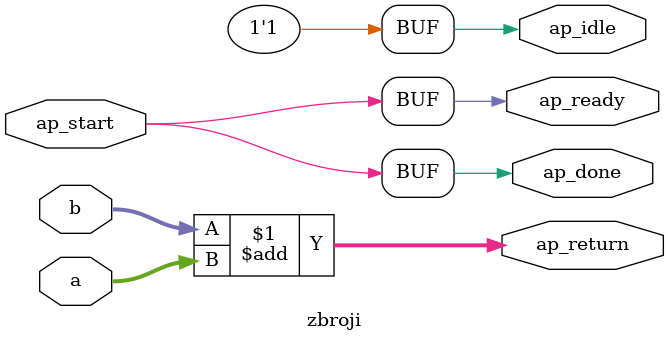
<source format=v>




module zbroji (
        ap_start,
        ap_done,
        ap_idle,
        ap_ready,
        a,
        b,
        ap_return
);

input   ap_start;
output   ap_done;
output   ap_idle;
output   ap_ready;
input  [31:0] a;
input  [31:0] b;
output  [31:0] ap_return;

parameter    ap_const_logic_1 = 1'b1;
parameter    ap_const_logic_0 = 1'b0;



assign ap_done = ap_start;
assign ap_idle = ap_const_logic_1;
assign ap_ready = ap_start;
assign ap_return = (b + a);


endmodule 
</source>
